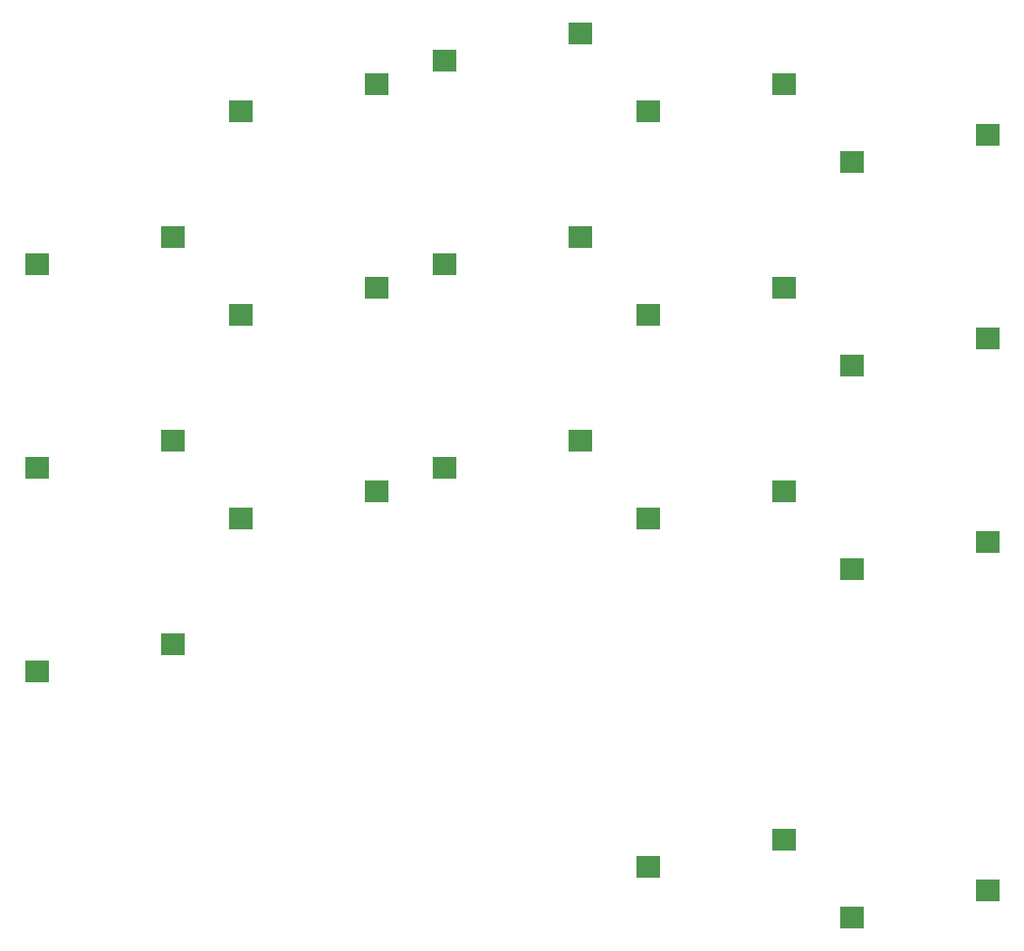
<source format=gbr>
%TF.GenerationSoftware,KiCad,Pcbnew,7.0.1*%
%TF.CreationDate,2023-09-26T17:53:04-04:00*%
%TF.ProjectId,under1hundo,756e6465-7231-4687-956e-646f2e6b6963,rev?*%
%TF.SameCoordinates,Original*%
%TF.FileFunction,Paste,Bot*%
%TF.FilePolarity,Positive*%
%FSLAX46Y46*%
G04 Gerber Fmt 4.6, Leading zero omitted, Abs format (unit mm)*
G04 Created by KiCad (PCBNEW 7.0.1) date 2023-09-26 17:53:04*
%MOMM*%
%LPD*%
G01*
G04 APERTURE LIST*
%ADD10R,2.300000X2.000000*%
G04 APERTURE END LIST*
D10*
%TO.C,SW17*%
X222982000Y-120610000D03*
X235682000Y-118070000D03*
%TD*%
%TO.C,SW16*%
X203932000Y-115847500D03*
X216632000Y-113307500D03*
%TD*%
%TO.C,SW15*%
X222982000Y-88011000D03*
X235682000Y-85471000D03*
%TD*%
%TO.C,SW14*%
X203932000Y-83248500D03*
X216632000Y-80708500D03*
%TD*%
%TO.C,SW13*%
X184882000Y-78486000D03*
X197582000Y-75946000D03*
%TD*%
%TO.C,SW12*%
X165832000Y-83248500D03*
X178532000Y-80708500D03*
%TD*%
%TO.C,SW11*%
X146782000Y-97536000D03*
X159482000Y-94996000D03*
%TD*%
%TO.C,SW10*%
X222982000Y-68961000D03*
X235682000Y-66421000D03*
%TD*%
%TO.C,SW9*%
X203932000Y-64198500D03*
X216632000Y-61658500D03*
%TD*%
%TO.C,SW8*%
X184882000Y-59436000D03*
X197582000Y-56896000D03*
%TD*%
%TO.C,SW7*%
X165832000Y-64198500D03*
X178532000Y-61658500D03*
%TD*%
%TO.C,SW6*%
X146782000Y-78486000D03*
X159482000Y-75946000D03*
%TD*%
%TO.C,SW5*%
X235682000Y-47371000D03*
X222982000Y-49911000D03*
%TD*%
%TO.C,SW4*%
X203932000Y-45148500D03*
X216632000Y-42608500D03*
%TD*%
%TO.C,SW3*%
X184882000Y-40386000D03*
X197582000Y-37846000D03*
%TD*%
%TO.C,SW2*%
X165832000Y-45148500D03*
X178532000Y-42608500D03*
%TD*%
%TO.C,SW1*%
X146782000Y-59436000D03*
X159482000Y-56896000D03*
%TD*%
M02*

</source>
